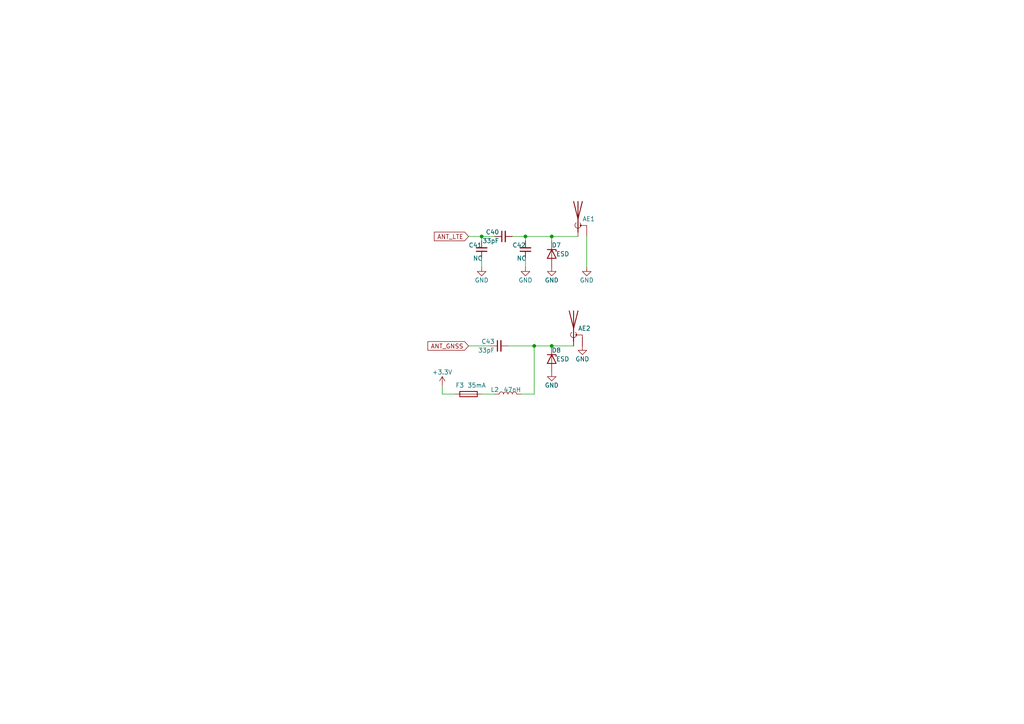
<source format=kicad_sch>
(kicad_sch (version 20230121) (generator eeschema)
  (paper "A4")
  (lib_symbols
    (symbol "Device:Antenna_Shield" (pin_numbers hide) (pin_names (offset 1.016) hide)
      (property "Reference" "AE" (at -1.905 4.445 0))
      (property "Value" "Antenna_Shield" (at -1.905 2.54 0))
      (symbol "Antenna_Shield_0_1"
        (arc (start -0.508 -1.143) (mid -0.8429 -2.1194) (end 0 -2.667))
        (arc (start 0 -2.667) (mid 0.7989 -2.1052) (end 0.508 -1.143))
        (polyline (pts (xy 0 -2.54) (xy 0 0)))
        (polyline (pts (xy 0 5.08) (xy 0 -3.81)) (stroke (width 0.254)))
        (polyline (pts (xy 0.762 -1.905) (xy 2.54 -1.905)))
        (polyline (pts (xy 2.54 -2.54) (xy 2.54 -1.905)))
        (polyline (pts (xy 1.27 5.08) (xy 0 0) (xy -1.27 5.08)) (stroke (width 0.254)))
        (circle (center 0.762 -1.905) (radius 0.1778) (fill (type outline)))
      )
      (symbol "Antenna_Shield_1_1"
        (pin input line (at 0 -5.08 90) (length 2.54) (name "A") (number "1"))
        (pin input line (at 2.54 -5.08 90) (length 2.54) (name "Shield") (number "2"))
      )
    )
    (symbol "Device:C_Small" (pin_numbers hide) (pin_names (offset 0.254) hide)
      (property "Reference" "C" (at 0.254 1.778 0))
      (property "Value" "C_Small" (at 0.254 -2.032 0))
      (symbol "C_Small_0_1"
        (polyline (pts (xy -1.524 -0.508) (xy 1.524 -0.508)) (stroke (width 0.3302)))
        (polyline (pts (xy -1.524 0.508) (xy 1.524 0.508)) (stroke (width 0.3048)))
      )
      (symbol "C_Small_1_1"
        (pin passive line (at 0 2.54 270) (length 2.032) (name "~") (number "1"))
        (pin passive line (at 0 -2.54 90) (length 2.032) (name "~") (number "2"))
      )
    )
    (symbol "Device:Fuse" (pin_numbers hide) (pin_names (offset 0))
      (property "Reference" "F" (at 2.032 0 90))
      (property "Value" "Fuse" (at -1.905 0 90))
      (symbol "Fuse_0_1"
        (rectangle (start -0.762 -2.54) (end 0.762 2.54) (stroke (width 0.254)))
        (polyline (pts (xy 0 2.54) (xy 0 -2.54)))
      )
      (symbol "Fuse_1_1"
        (pin passive line (at 0 3.81 270) (length 1.27) (name "~") (number "1"))
        (pin passive line (at 0 -3.81 90) (length 1.27) (name "~") (number "2"))
      )
    )
    (symbol "Device:L" (pin_numbers hide) (pin_names (offset 1.016) hide)
      (property "Reference" "L" (at -1.27 0 90))
      (property "Value" "L" (at 1.905 0 90))
      (symbol "L_0_1"
        (arc (start 0 -2.54) (mid 0.6323 -1.905) (end 0 -1.27))
        (arc (start 0 -1.27) (mid 0.6323 -0.635) (end 0 0))
        (arc (start 0 0) (mid 0.6323 0.635) (end 0 1.27))
        (arc (start 0 1.27) (mid 0.6323 1.905) (end 0 2.54))
      )
      (symbol "L_1_1"
        (pin passive line (at 0 3.81 270) (length 1.27) (name "1") (number "1"))
        (pin passive line (at 0 -3.81 90) (length 1.27) (name "2") (number "2"))
      )
    )
    (symbol "Diode:ESD5Zxx" (pin_numbers hide) (pin_names hide)
      (property "Reference" "D" (at 0 2.54 0))
      (property "Value" "ESD5Zxx" (at 0 -2.54 0))
      (symbol "ESD5Zxx_0_1"
        (polyline (pts (xy 1.27 0) (xy -1.27 0)))
        (polyline (pts (xy -1.27 -1.27) (xy -1.27 1.27) (xy -0.762 1.27)) (stroke (width 0.254)))
        (polyline (pts (xy 1.27 -1.27) (xy 1.27 1.27) (xy -1.27 0) (xy 1.27 -1.27)) (stroke (width 0.254)))
      )
      (symbol "ESD5Zxx_1_1"
        (pin passive line (at -3.81 0 0) (length 2.54) (name "K") (number "1"))
        (pin passive line (at 3.81 0 180) (length 2.54) (name "A") (number "2"))
      )
    )
    (symbol "power:+3.3V" (power) (pin_names (offset 0))
      (property "Value" "+3.3V" (at 0 3.556 0))
      (symbol "+3.3V_0_1"
        (polyline (pts (xy -0.762 1.27) (xy 0 2.54)))
        (polyline (pts (xy 0 0) (xy 0 2.54)))
        (polyline (pts (xy 0 2.54) (xy 0.762 1.27)))
      )
      (symbol "+3.3V_1_1"
        (pin power_in line (at 0 0 90) (length 0) hide (name "+3.3V") (number "1"))
      )
    )
    (symbol "power:GND" (power) (pin_names (offset 0))
      (property "Value" "GND" (at 0 -3.81 0))
      (symbol "GND_0_1"
        (polyline (pts (xy 0 0) (xy 0 -1.27) (xy 1.27 -1.27) (xy 0 -2.54) (xy -1.27 -1.27) (xy 0 -1.27)))
      )
      (symbol "GND_1_1"
        (pin power_in line (at 0 0 270) (length 0) hide (name "GND") (number "1"))
      )
    )
  )
  (junction (at 160.02 68.58))
  (junction (at 154.94 100.33))
  (junction (at 152.4 68.58))
  (junction (at 139.7 68.58))
  (junction (at 160.02 100.33))
  (wire (pts (xy 147.32 100.33) (xy 154.94 100.33)))
  (wire (pts (xy 151.13 114.3) (xy 154.94 114.3)))
  (wire (pts (xy 135.89 100.33) (xy 142.24 100.33)))
  (wire (pts (xy 139.7 114.3) (xy 143.51 114.3)))
  (wire (pts (xy 135.89 68.58) (xy 139.7 68.58)))
  (wire (pts (xy 148.59 68.58) (xy 152.4 68.58)))
  (wire (pts (xy 154.94 114.3) (xy 154.94 100.33)))
  (wire (pts (xy 139.7 68.58) (xy 139.7 69.85)))
  (wire (pts (xy 160.02 68.58) (xy 160.02 69.85)))
  (wire (pts (xy 128.27 111.76) (xy 128.27 114.3)))
  (wire (pts (xy 160.02 68.58) (xy 167.64 68.58)))
  (wire (pts (xy 139.7 77.47) (xy 139.7 74.93)))
  (wire (pts (xy 128.27 114.3) (xy 132.08 114.3)))
  (wire (pts (xy 170.18 68.58) (xy 170.18 77.47)))
  (wire (pts (xy 154.94 100.33) (xy 160.02 100.33)))
  (wire (pts (xy 139.7 68.58) (xy 143.51 68.58)))
  (wire (pts (xy 160.02 100.33) (xy 166.37 100.33)))
  (wire (pts (xy 152.4 68.58) (xy 160.02 68.58)))
  (wire (pts (xy 152.4 77.47) (xy 152.4 74.93)))
  (wire (pts (xy 152.4 68.58) (xy 152.4 69.85)))
  (global_label "ANT_GNSS" (shape input) (at 135.89 100.33 180) (property "Intersheetrefs" "${INTERSHEET_REFS}" (effects hide)))
  (global_label "ANT_LTE" (shape input) (at 135.89 68.58 180) (property "Intersheetrefs" "${INTERSHEET_REFS}" (effects hide)))
  (symbol (lib_id "power:GND") (at 152.4 77.47 0) (mirror y) (unit 1)
    (property "Reference" "#PWR077" (effects hide))
    (property "Value" "GND" (at 152.4 81.28 0))
  )
  (symbol (lib_id "power:+3.3V") (at 128.27 111.76 0) (unit 1)
    (property "Reference" "#PWR082" (effects hide))
    (property "Value" "+3.3V" (at 128.27 107.95 0))
  )
  (symbol (lib_id "Diode:ESD5Zxx") (at 160.02 73.66 270) (unit 1)
    (property "Reference" "D7" (at 160.02 71.12 90) (effects (justify left)))
    (property "Value" "ESD" (at 161.29 73.66 90) (effects (justify left)))
    (property "Footprint" "Diode_SMD:D_SOD-923" (effects hide))
    (property "Datasheet" "https://www.onsemi.com/pdf/datasheet/esd5z2.5t1-d.pdf" (effects hide))
  )
  (symbol (lib_id "Device:Antenna_Shield") (at 166.37 95.25 0) (unit 1)
    (property "Reference" "AE2" (at 167.64 95.25 0) (effects (justify left)))
    (property "Value" "Antenna_Shield" (effects hide))
    (property "Footprint" "particle_kicad_lib:HRS_U.FL-R-SMT_01_" (effects hide))
  )
  (symbol (lib_id "Device:L") (at 147.32 114.3 270) (mirror x) (unit 1)
    (property "Reference" "L2" (at 143.51 113.03 90))
    (property "Value" "47nH" (at 148.59 113.03 90))
    (property "Footprint" "Inductor_SMD:L_0402_1005Metric" (effects hide))
  )
  (symbol (lib_id "power:GND") (at 170.18 77.47 0) (unit 1)
    (property "Reference" "#PWR079" (effects hide))
    (property "Value" "GND" (at 170.18 81.28 0))
  )
  (symbol (lib_id "Device:C_Small") (at 139.7 72.39 0) (mirror x) (unit 1)
    (property "Reference" "C41" (at 135.89 71.12 0) (effects (justify left)))
    (property "Value" "NC" (at 137.16 74.93 0) (effects (justify left)))
    (property "Footprint" "Capacitor_SMD:C_0201_0603Metric" (effects hide))
  )
  (symbol (lib_id "power:GND") (at 160.02 77.47 0) (unit 1)
    (property "Reference" "#PWR078" (effects hide))
    (property "Value" "GND" (at 160.02 81.28 0))
  )
  (symbol (lib_id "Device:Antenna_Shield") (at 167.64 63.5 0) (unit 1)
    (property "Reference" "AE1" (at 168.91 63.5 0) (effects (justify left)))
    (property "Value" "Antenna_Shield" (effects hide))
    (property "Footprint" "particle_kicad_lib:HRS_U.FL-R-SMT_01_" (effects hide))
  )
  (symbol (lib_id "Device:C_Small") (at 144.78 100.33 90) (mirror x) (unit 1)
    (property "Reference" "C43" (at 143.51 99.06 90) (effects (justify left)))
    (property "Value" "33pF" (at 143.51 101.6 90) (effects (justify left)))
    (property "Footprint" "Capacitor_SMD:C_0201_0603Metric" (effects hide))
  )
  (symbol (lib_id "Device:Fuse") (at 135.89 114.3 90) (unit 1)
    (property "Reference" "F3" (at 134.62 111.76 90) (effects (justify left)))
    (property "Value" "35mA" (at 140.97 111.76 90) (effects (justify left)))
    (property "Footprint" "Fuse:Fuse_0402_1005Metric" (effects hide))
  )
  (symbol (lib_id "Device:C_Small") (at 146.05 68.58 90) (mirror x) (unit 1)
    (property "Reference" "C40" (at 144.78 67.31 90) (effects (justify left)))
    (property "Value" "33pF" (at 144.78 69.85 90) (effects (justify left)))
    (property "Footprint" "Capacitor_SMD:C_0201_0603Metric" (effects hide))
  )
  (symbol (lib_id "Device:C_Small") (at 152.4 72.39 0) (mirror x) (unit 1)
    (property "Reference" "C42" (at 148.59 71.12 0) (effects (justify left)))
    (property "Value" "NC" (at 149.86 74.93 0) (effects (justify left)))
    (property "Footprint" "Capacitor_SMD:C_0201_0603Metric" (effects hide))
  )
  (symbol (lib_id "power:GND") (at 168.91 100.33 0) (unit 1)
    (property "Reference" "#PWR080" (effects hide))
    (property "Value" "GND" (at 168.91 104.14 0))
  )
  (symbol (lib_id "power:GND") (at 139.7 77.47 0) (mirror y) (unit 1)
    (property "Reference" "#PWR076" (effects hide))
    (property "Value" "GND" (at 139.7 81.28 0))
  )
  (symbol (lib_id "Diode:ESD5Zxx") (at 160.02 104.14 270) (unit 1)
    (property "Reference" "D8" (at 160.02 101.6 90) (effects (justify left)))
    (property "Value" "ESD" (at 161.29 104.14 90) (effects (justify left)))
    (property "Footprint" "Diode_SMD:D_SOD-923" (effects hide))
    (property "Datasheet" "https://www.onsemi.com/pdf/datasheet/esd5z2.5t1-d.pdf" (effects hide))
  )
  (symbol (lib_id "power:GND") (at 160.02 107.95 0) (unit 1)
    (property "Reference" "#PWR081" (effects hide))
    (property "Value" "GND" (at 160.02 111.76 0))
  )
)
</source>
